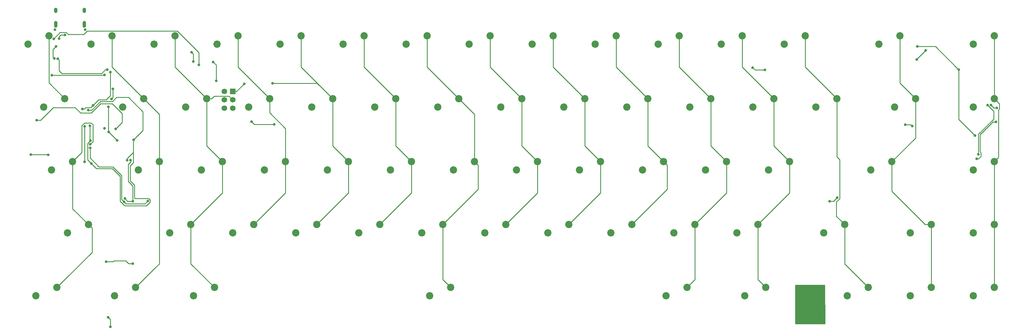
<source format=gbr>
G04 #@! TF.GenerationSoftware,KiCad,Pcbnew,(5.0.1)-3*
G04 #@! TF.CreationDate,2019-05-09T17:35:56-04:00*
G04 #@! TF.ProjectId,mullet-pcb,6D756C6C65742D7063622E6B69636164,rev?*
G04 #@! TF.SameCoordinates,Original*
G04 #@! TF.FileFunction,Copper,L1,Top,Signal*
G04 #@! TF.FilePolarity,Positive*
%FSLAX46Y46*%
G04 Gerber Fmt 4.6, Leading zero omitted, Abs format (unit mm)*
G04 Created by KiCad (PCBNEW (5.0.1)-3) date 5/9/2019 5:35:56 PM*
%MOMM*%
%LPD*%
G01*
G04 APERTURE LIST*
G04 #@! TA.AperFunction,ComponentPad*
%ADD10C,2.200000*%
G04 #@! TD*
G04 #@! TA.AperFunction,ComponentPad*
%ADD11R,1.700000X1.700000*%
G04 #@! TD*
G04 #@! TA.AperFunction,ComponentPad*
%ADD12C,1.700000*%
G04 #@! TD*
G04 #@! TA.AperFunction,ComponentPad*
%ADD13O,1.000000X1.600000*%
G04 #@! TD*
G04 #@! TA.AperFunction,ComponentPad*
%ADD14O,1.000000X2.100000*%
G04 #@! TD*
G04 #@! TA.AperFunction,ViaPad*
%ADD15C,0.800000*%
G04 #@! TD*
G04 #@! TA.AperFunction,Conductor*
%ADD16C,0.250000*%
G04 #@! TD*
G04 #@! TA.AperFunction,NonConductor*
%ADD17C,0.254000*%
G04 #@! TD*
G04 APERTURE END LIST*
D10*
G04 #@! TO.P,SW13,1*
G04 #@! TO.N,col12*
X238125000Y-9525000D03*
G04 #@! TO.P,SW13,2*
G04 #@! TO.N,Net-(D13-Pad2)*
X231775000Y-12065000D03*
G04 #@! TD*
G04 #@! TO.P,SW19,1*
G04 #@! TO.N,col3*
X76200000Y-28575000D03*
G04 #@! TO.P,SW19,2*
G04 #@! TO.N,Net-(D19-Pad2)*
X69850000Y-31115000D03*
G04 #@! TD*
D11*
G04 #@! TO.P,ISCP1,1*
G04 #@! TO.N,col4*
X65024000Y-26416000D03*
D12*
G04 #@! TO.P,ISCP1,2*
G04 #@! TO.N,+5V*
X62484000Y-26416000D03*
G04 #@! TO.P,ISCP1,3*
G04 #@! TO.N,col2*
X65024000Y-28956000D03*
G04 #@! TO.P,ISCP1,4*
G04 #@! TO.N,col3*
X62484000Y-28956000D03*
G04 #@! TO.P,ISCP1,5*
G04 #@! TO.N,reset*
X65024000Y-31496000D03*
G04 #@! TO.P,ISCP1,6*
G04 #@! TO.N,GND*
X62484000Y-31496000D03*
G04 #@! TD*
D13*
G04 #@! TO.P,USB1,13*
G04 #@! TO.N,GND*
X20172886Y-1865098D03*
X11532886Y-1865098D03*
D14*
X20172886Y-6045098D03*
X11532886Y-6045098D03*
G04 #@! TD*
D10*
G04 #@! TO.P,SW1,1*
G04 #@! TO.N,col0*
X9525000Y-9525000D03*
G04 #@! TO.P,SW1,2*
G04 #@! TO.N,Net-(D1-Pad2)*
X3175000Y-12065000D03*
G04 #@! TD*
G04 #@! TO.P,SW2,1*
G04 #@! TO.N,col1*
X28575000Y-9525000D03*
G04 #@! TO.P,SW2,2*
G04 #@! TO.N,Net-(D2-Pad2)*
X22225000Y-12065000D03*
G04 #@! TD*
G04 #@! TO.P,SW3,1*
G04 #@! TO.N,col2*
X47625000Y-9525000D03*
G04 #@! TO.P,SW3,2*
G04 #@! TO.N,Net-(D3-Pad2)*
X41275000Y-12065000D03*
G04 #@! TD*
G04 #@! TO.P,SW4,1*
G04 #@! TO.N,col3*
X66675000Y-9525000D03*
G04 #@! TO.P,SW4,2*
G04 #@! TO.N,Net-(D4-Pad2)*
X60325000Y-12065000D03*
G04 #@! TD*
G04 #@! TO.P,SW5,1*
G04 #@! TO.N,col4*
X85725000Y-9525000D03*
G04 #@! TO.P,SW5,2*
G04 #@! TO.N,Net-(D5-Pad2)*
X79375000Y-12065000D03*
G04 #@! TD*
G04 #@! TO.P,SW6,2*
G04 #@! TO.N,Net-(D6-Pad2)*
X98425000Y-12065000D03*
G04 #@! TO.P,SW6,1*
G04 #@! TO.N,col5*
X104775000Y-9525000D03*
G04 #@! TD*
G04 #@! TO.P,SW7,2*
G04 #@! TO.N,Net-(D7-Pad2)*
X117475000Y-12065000D03*
G04 #@! TO.P,SW7,1*
G04 #@! TO.N,col6*
X123825000Y-9525000D03*
G04 #@! TD*
G04 #@! TO.P,SW8,2*
G04 #@! TO.N,Net-(D8-Pad2)*
X136525000Y-12065000D03*
G04 #@! TO.P,SW8,1*
G04 #@! TO.N,col7*
X142875000Y-9525000D03*
G04 #@! TD*
G04 #@! TO.P,SW9,2*
G04 #@! TO.N,Net-(D9-Pad2)*
X155575000Y-12065000D03*
G04 #@! TO.P,SW9,1*
G04 #@! TO.N,col8*
X161925000Y-9525000D03*
G04 #@! TD*
G04 #@! TO.P,SW10,1*
G04 #@! TO.N,col9*
X180975000Y-9525000D03*
G04 #@! TO.P,SW10,2*
G04 #@! TO.N,Net-(D10-Pad2)*
X174625000Y-12065000D03*
G04 #@! TD*
G04 #@! TO.P,SW11,2*
G04 #@! TO.N,Net-(D11-Pad2)*
X193675000Y-12065000D03*
G04 #@! TO.P,SW11,1*
G04 #@! TO.N,col10*
X200025000Y-9525000D03*
G04 #@! TD*
G04 #@! TO.P,SW12,2*
G04 #@! TO.N,Net-(D12-Pad2)*
X212725000Y-12065000D03*
G04 #@! TO.P,SW12,1*
G04 #@! TO.N,col11*
X219075000Y-9525000D03*
G04 #@! TD*
G04 #@! TO.P,SW15,1*
G04 #@! TO.N,col14*
X295275000Y-9525000D03*
G04 #@! TO.P,SW15,2*
G04 #@! TO.N,Net-(D15-Pad2)*
X288925000Y-12065000D03*
G04 #@! TD*
G04 #@! TO.P,SW17,1*
G04 #@! TO.N,col1*
X38100000Y-28575000D03*
G04 #@! TO.P,SW17,2*
G04 #@! TO.N,Net-(D17-Pad2)*
X31750000Y-31115000D03*
G04 #@! TD*
G04 #@! TO.P,SW18,2*
G04 #@! TO.N,Net-(D18-Pad2)*
X50800000Y-31115000D03*
G04 #@! TO.P,SW18,1*
G04 #@! TO.N,col2*
X57150000Y-28575000D03*
G04 #@! TD*
G04 #@! TO.P,SW20,2*
G04 #@! TO.N,Net-(D20-Pad2)*
X88900000Y-31115000D03*
G04 #@! TO.P,SW20,1*
G04 #@! TO.N,col4*
X95250000Y-28575000D03*
G04 #@! TD*
G04 #@! TO.P,SW21,2*
G04 #@! TO.N,Net-(D21-Pad2)*
X107950000Y-31115000D03*
G04 #@! TO.P,SW21,1*
G04 #@! TO.N,col5*
X114300000Y-28575000D03*
G04 #@! TD*
G04 #@! TO.P,SW22,1*
G04 #@! TO.N,col6*
X133350000Y-28575000D03*
G04 #@! TO.P,SW22,2*
G04 #@! TO.N,Net-(D22-Pad2)*
X127000000Y-31115000D03*
G04 #@! TD*
G04 #@! TO.P,SW23,1*
G04 #@! TO.N,col7*
X152400000Y-28575000D03*
G04 #@! TO.P,SW23,2*
G04 #@! TO.N,Net-(D23-Pad2)*
X146050000Y-31115000D03*
G04 #@! TD*
G04 #@! TO.P,SW24,1*
G04 #@! TO.N,col8*
X171450000Y-28575000D03*
G04 #@! TO.P,SW24,2*
G04 #@! TO.N,Net-(D24-Pad2)*
X165100000Y-31115000D03*
G04 #@! TD*
G04 #@! TO.P,SW25,1*
G04 #@! TO.N,col9*
X190500000Y-28575000D03*
G04 #@! TO.P,SW25,2*
G04 #@! TO.N,Net-(D25-Pad2)*
X184150000Y-31115000D03*
G04 #@! TD*
G04 #@! TO.P,SW26,1*
G04 #@! TO.N,col10*
X209550000Y-28575000D03*
G04 #@! TO.P,SW26,2*
G04 #@! TO.N,Net-(D26-Pad2)*
X203200000Y-31115000D03*
G04 #@! TD*
G04 #@! TO.P,SW27,1*
G04 #@! TO.N,col11*
X228600000Y-28575000D03*
G04 #@! TO.P,SW27,2*
G04 #@! TO.N,Net-(D27-Pad2)*
X222250000Y-31115000D03*
G04 #@! TD*
G04 #@! TO.P,SW28,2*
G04 #@! TO.N,Net-(D28-Pad2)*
X241300000Y-31115000D03*
G04 #@! TO.P,SW28,1*
G04 #@! TO.N,col12*
X247650000Y-28575000D03*
G04 #@! TD*
G04 #@! TO.P,SW30,2*
G04 #@! TO.N,Net-(D30-Pad2)*
X288925000Y-31115000D03*
G04 #@! TO.P,SW30,1*
G04 #@! TO.N,col14*
X295275000Y-28575000D03*
G04 #@! TD*
G04 #@! TO.P,SW32,2*
G04 #@! TO.N,Net-(D32-Pad2)*
X36512500Y-50165000D03*
G04 #@! TO.P,SW32,1*
G04 #@! TO.N,col1*
X42862500Y-47625000D03*
G04 #@! TD*
G04 #@! TO.P,SW33,2*
G04 #@! TO.N,Net-(D33-Pad2)*
X55562500Y-50165000D03*
G04 #@! TO.P,SW33,1*
G04 #@! TO.N,col2*
X61912500Y-47625000D03*
G04 #@! TD*
G04 #@! TO.P,SW34,2*
G04 #@! TO.N,Net-(D34-Pad2)*
X74612500Y-50165000D03*
G04 #@! TO.P,SW34,1*
G04 #@! TO.N,col3*
X80962500Y-47625000D03*
G04 #@! TD*
G04 #@! TO.P,SW35,2*
G04 #@! TO.N,Net-(D35-Pad2)*
X93662000Y-50165000D03*
G04 #@! TO.P,SW35,1*
G04 #@! TO.N,col4*
X100012000Y-47625000D03*
G04 #@! TD*
G04 #@! TO.P,SW36,2*
G04 #@! TO.N,Net-(D36-Pad2)*
X112712000Y-50165000D03*
G04 #@! TO.P,SW36,1*
G04 #@! TO.N,col5*
X119062000Y-47625000D03*
G04 #@! TD*
G04 #@! TO.P,SW37,1*
G04 #@! TO.N,col6*
X138112000Y-47625000D03*
G04 #@! TO.P,SW37,2*
G04 #@! TO.N,Net-(D37-Pad2)*
X131762000Y-50165000D03*
G04 #@! TD*
G04 #@! TO.P,SW38,2*
G04 #@! TO.N,Net-(D38-Pad2)*
X150812000Y-50165000D03*
G04 #@! TO.P,SW38,1*
G04 #@! TO.N,col7*
X157162000Y-47625000D03*
G04 #@! TD*
G04 #@! TO.P,SW39,1*
G04 #@! TO.N,col8*
X176212000Y-47625000D03*
G04 #@! TO.P,SW39,2*
G04 #@! TO.N,Net-(D39-Pad2)*
X169862000Y-50165000D03*
G04 #@! TD*
G04 #@! TO.P,SW40,1*
G04 #@! TO.N,col9*
X195262000Y-47625000D03*
G04 #@! TO.P,SW40,2*
G04 #@! TO.N,Net-(D40-Pad2)*
X188912000Y-50165000D03*
G04 #@! TD*
G04 #@! TO.P,SW41,2*
G04 #@! TO.N,Net-(D41-Pad2)*
X207962000Y-50165000D03*
G04 #@! TO.P,SW41,1*
G04 #@! TO.N,col10*
X214312000Y-47625000D03*
G04 #@! TD*
G04 #@! TO.P,SW42,2*
G04 #@! TO.N,Net-(D42-Pad2)*
X227012000Y-50165000D03*
G04 #@! TO.P,SW42,1*
G04 #@! TO.N,col11*
X233362000Y-47625000D03*
G04 #@! TD*
G04 #@! TO.P,SW44,2*
G04 #@! TO.N,Net-(D44-Pad2)*
X288925000Y-50165000D03*
G04 #@! TO.P,SW44,1*
G04 #@! TO.N,col14*
X295275000Y-47625000D03*
G04 #@! TD*
G04 #@! TO.P,SW46,1*
G04 #@! TO.N,col2*
X52387500Y-66675000D03*
G04 #@! TO.P,SW46,2*
G04 #@! TO.N,Net-(D46-Pad2)*
X46037500Y-69215000D03*
G04 #@! TD*
G04 #@! TO.P,SW47,2*
G04 #@! TO.N,Net-(D47-Pad2)*
X65087500Y-69215000D03*
G04 #@! TO.P,SW47,1*
G04 #@! TO.N,col3*
X71437500Y-66675000D03*
G04 #@! TD*
G04 #@! TO.P,SW48,1*
G04 #@! TO.N,col4*
X90487500Y-66675000D03*
G04 #@! TO.P,SW48,2*
G04 #@! TO.N,Net-(D48-Pad2)*
X84137500Y-69215000D03*
G04 #@! TD*
G04 #@! TO.P,SW49,1*
G04 #@! TO.N,col5*
X109538000Y-66675000D03*
G04 #@! TO.P,SW49,2*
G04 #@! TO.N,Net-(D49-Pad2)*
X103188000Y-69215000D03*
G04 #@! TD*
G04 #@! TO.P,SW50,1*
G04 #@! TO.N,col6*
X128588000Y-66675000D03*
G04 #@! TO.P,SW50,2*
G04 #@! TO.N,Net-(D50-Pad2)*
X122238000Y-69215000D03*
G04 #@! TD*
G04 #@! TO.P,SW51,1*
G04 #@! TO.N,col7*
X147638000Y-66675000D03*
G04 #@! TO.P,SW51,2*
G04 #@! TO.N,Net-(D51-Pad2)*
X141288000Y-69215000D03*
G04 #@! TD*
G04 #@! TO.P,SW52,2*
G04 #@! TO.N,Net-(D52-Pad2)*
X160338000Y-69215000D03*
G04 #@! TO.P,SW52,1*
G04 #@! TO.N,col8*
X166688000Y-66675000D03*
G04 #@! TD*
G04 #@! TO.P,SW53,2*
G04 #@! TO.N,Net-(D53-Pad2)*
X179388000Y-69215000D03*
G04 #@! TO.P,SW53,1*
G04 #@! TO.N,col9*
X185738000Y-66675000D03*
G04 #@! TD*
G04 #@! TO.P,SW54,2*
G04 #@! TO.N,Net-(D54-Pad2)*
X198438000Y-69215000D03*
G04 #@! TO.P,SW54,1*
G04 #@! TO.N,col10*
X204788000Y-66675000D03*
G04 #@! TD*
G04 #@! TO.P,SW55,2*
G04 #@! TO.N,Net-(D55-Pad2)*
X217488000Y-69215000D03*
G04 #@! TO.P,SW55,1*
G04 #@! TO.N,col11*
X223838000Y-66675000D03*
G04 #@! TD*
G04 #@! TO.P,SW57,2*
G04 #@! TO.N,Net-(D57-Pad2)*
X269875000Y-69215000D03*
G04 #@! TO.P,SW57,1*
G04 #@! TO.N,col13*
X276225000Y-66675000D03*
G04 #@! TD*
G04 #@! TO.P,SW58,2*
G04 #@! TO.N,Net-(D58-Pad2)*
X288925000Y-69215000D03*
G04 #@! TO.P,SW58,1*
G04 #@! TO.N,col14*
X295275000Y-66675000D03*
G04 #@! TD*
G04 #@! TO.P,SW62,1*
G04 #@! TO.N,col6*
X130969000Y-85725000D03*
G04 #@! TO.P,SW62,2*
G04 #@! TO.N,Net-(D62-Pad2)*
X124619000Y-88265000D03*
G04 #@! TD*
G04 #@! TO.P,SW65,1*
G04 #@! TO.N,col12*
X257175000Y-85725000D03*
G04 #@! TO.P,SW65,2*
G04 #@! TO.N,Net-(D65-Pad2)*
X250825000Y-88265000D03*
G04 #@! TD*
G04 #@! TO.P,SW66,1*
G04 #@! TO.N,col13*
X276225000Y-85725000D03*
G04 #@! TO.P,SW66,2*
G04 #@! TO.N,Net-(D66-Pad2)*
X269875000Y-88265000D03*
G04 #@! TD*
G04 #@! TO.P,SW67,1*
G04 #@! TO.N,col14*
X295275000Y-85725000D03*
G04 #@! TO.P,SW67,2*
G04 #@! TO.N,Net-(D67-Pad2)*
X288925000Y-88265000D03*
G04 #@! TD*
G04 #@! TO.P,SW14,1*
G04 #@! TO.N,col13*
X266700000Y-9525000D03*
G04 #@! TO.P,SW14,2*
G04 #@! TO.N,Net-(D14-Pad2)*
X260350000Y-12065000D03*
G04 #@! TD*
G04 #@! TO.P,SW16,1*
G04 #@! TO.N,col0*
X14287500Y-28575000D03*
G04 #@! TO.P,SW16,2*
G04 #@! TO.N,Net-(D16-Pad2)*
X7937500Y-31115000D03*
G04 #@! TD*
G04 #@! TO.P,SW29,2*
G04 #@! TO.N,Net-(D29-Pad2)*
X265112000Y-31115000D03*
G04 #@! TO.P,SW29,1*
G04 #@! TO.N,col13*
X271462000Y-28575000D03*
G04 #@! TD*
G04 #@! TO.P,SW31,2*
G04 #@! TO.N,Net-(D31-Pad2)*
X10318800Y-50165000D03*
G04 #@! TO.P,SW31,1*
G04 #@! TO.N,col0*
X16668800Y-47625000D03*
G04 #@! TD*
G04 #@! TO.P,SW43,1*
G04 #@! TO.N,col13*
X264319000Y-47625000D03*
G04 #@! TO.P,SW43,2*
G04 #@! TO.N,Net-(D43-Pad2)*
X257969000Y-50165000D03*
G04 #@! TD*
G04 #@! TO.P,SW45,2*
G04 #@! TO.N,Net-(D45-Pad2)*
X15081200Y-69215000D03*
G04 #@! TO.P,SW45,1*
G04 #@! TO.N,col0*
X21431200Y-66675000D03*
G04 #@! TD*
G04 #@! TO.P,SW56,1*
G04 #@! TO.N,col12*
X250031000Y-66675000D03*
G04 #@! TO.P,SW56,2*
G04 #@! TO.N,Net-(D56-Pad2)*
X243681000Y-69215000D03*
G04 #@! TD*
G04 #@! TO.P,SW59,1*
G04 #@! TO.N,col0*
X11906200Y-85725000D03*
G04 #@! TO.P,SW59,2*
G04 #@! TO.N,Net-(D59-Pad2)*
X5556200Y-88265000D03*
G04 #@! TD*
G04 #@! TO.P,SW60,2*
G04 #@! TO.N,Net-(D60-Pad2)*
X29368800Y-88265000D03*
G04 #@! TO.P,SW60,1*
G04 #@! TO.N,col1*
X35718800Y-85725000D03*
G04 #@! TD*
G04 #@! TO.P,SW61,1*
G04 #@! TO.N,col2*
X59531200Y-85725000D03*
G04 #@! TO.P,SW61,2*
G04 #@! TO.N,Net-(D61-Pad2)*
X53181200Y-88265000D03*
G04 #@! TD*
G04 #@! TO.P,SW63,2*
G04 #@! TO.N,Net-(D63-Pad2)*
X196056000Y-88265000D03*
G04 #@! TO.P,SW63,1*
G04 #@! TO.N,col10*
X202406000Y-85725000D03*
G04 #@! TD*
G04 #@! TO.P,SW64,1*
G04 #@! TO.N,col11*
X226219000Y-85725000D03*
G04 #@! TO.P,SW64,2*
G04 #@! TO.N,Net-(D64-Pad2)*
X219869000Y-88265000D03*
G04 #@! TD*
D15*
G04 #@! TO.N,GND*
X27453839Y-31075856D03*
X30058262Y-41177201D03*
X26246500Y-37532495D03*
X20314791Y-36955072D03*
X20419777Y-7663978D03*
X11285995Y-7663978D03*
X11653446Y-12755799D03*
X27558825Y-38677764D03*
X289393909Y-39737201D03*
X271966233Y-12755799D03*
X22822185Y-30591149D03*
X28083755Y-20514871D03*
X53122916Y-17322690D03*
X52650479Y-14552926D03*
X289918839Y-46823756D03*
X11090000Y-16391791D03*
X19632382Y-31705772D03*
X20314791Y-47716137D03*
X34172943Y-47202078D03*
X32428138Y-58836990D03*
X34827399Y-59632048D03*
X225929872Y-19894847D03*
X222202869Y-19159945D03*
X284519617Y-19810036D03*
X295798055Y-35590254D03*
G04 #@! TO.N,row0*
X26298993Y-21387368D03*
X10378253Y-21482380D03*
G04 #@! TO.N,row1*
X70708071Y-35485268D03*
X270443936Y-36850086D03*
X5826723Y-35065324D03*
X29711038Y-37742467D03*
X268344216Y-36482635D03*
X77563019Y-36367757D03*
G04 #@! TO.N,row2*
X21944803Y-43464204D03*
X245509761Y-59632048D03*
X39369750Y-59527062D03*
X32203398Y-59816831D03*
X247766952Y-58547434D03*
G04 #@! TO.N,row3*
X26771430Y-77899612D03*
X34855352Y-78529528D03*
G04 #@! TO.N,row4*
X27401346Y-94802358D03*
X28083755Y-97636980D03*
G04 #@! TO.N,col0*
X21994567Y-42414344D03*
G04 #@! TO.N,col4*
X68503365Y-24094287D03*
X77059724Y-23884315D03*
G04 #@! TO.N,Net-(LED1-Pad2)*
X290443769Y-45458938D03*
X293225323Y-30562753D03*
G04 #@! TO.N,Net-(LED6-Pad2)*
X10960984Y-10434922D03*
X54779286Y-18343463D03*
G04 #@! TO.N,Net-(LED7-Pad2)*
X3989468Y-45511431D03*
X9277285Y-45630393D03*
G04 #@! TO.N,reset*
X28398713Y-28661178D03*
X28818657Y-25616584D03*
G04 #@! TO.N,Net-(R1-Pad2)*
X14324583Y-9280811D03*
X12545827Y-10341121D03*
G04 #@! TO.N,+5V*
X21851064Y-36783617D03*
X22047060Y-41259498D03*
X21364651Y-32073223D03*
X60051992Y-23201906D03*
X59159611Y-17480169D03*
X27138881Y-19789861D03*
X12178376Y-16430309D03*
X274538390Y-13910645D03*
X271808754Y-16745267D03*
X294223265Y-30498433D03*
X296060520Y-31390814D03*
X35062736Y-41066637D03*
X33172932Y-47244806D03*
X22303345Y-48206934D03*
G04 #@! TD*
D16*
G04 #@! TO.N,GND*
X29658263Y-40777202D02*
X30058262Y-41177201D01*
X27453839Y-31075856D02*
X27453839Y-38572778D01*
X27453839Y-38572778D02*
X27558825Y-38677764D01*
X27558825Y-38677764D02*
X29658263Y-40777202D01*
X20314791Y-36955072D02*
X20314791Y-47716137D01*
X22822185Y-30591149D02*
X24489691Y-28923643D01*
X28083755Y-21080556D02*
X28083755Y-20514871D01*
X28083755Y-27611318D02*
X28083755Y-21080556D01*
X26771430Y-28923643D02*
X28083755Y-27611318D01*
X24489691Y-28923643D02*
X26771430Y-28923643D01*
X53122916Y-17322690D02*
X53122916Y-15025363D01*
X53122916Y-15025363D02*
X52650479Y-14552926D01*
X10690001Y-13719244D02*
X10690001Y-15991792D01*
X10690001Y-15991792D02*
X11090000Y-16391791D01*
X11653446Y-12755799D02*
X10690001Y-13719244D01*
X34827399Y-55037204D02*
X34827399Y-59632048D01*
X33457986Y-53667791D02*
X34827399Y-55037204D01*
X33457986Y-48483587D02*
X33457986Y-53667791D01*
X34225436Y-47716137D02*
X33457986Y-48483587D01*
X34172943Y-47202078D02*
X34225436Y-47254571D01*
X34225436Y-47254571D02*
X34225436Y-47716137D01*
X33223196Y-59632048D02*
X34827399Y-59632048D01*
X32428138Y-58836990D02*
X33223196Y-59632048D01*
X22127506Y-31285828D02*
X22822185Y-30591149D01*
X20618011Y-31285828D02*
X22127506Y-31285828D01*
X20198067Y-31705772D02*
X20618011Y-31285828D01*
X19632382Y-31705772D02*
X20198067Y-31705772D01*
X222937771Y-19894847D02*
X225929872Y-19894847D01*
X222202869Y-19159945D02*
X222937771Y-19894847D01*
X289393909Y-39737201D02*
X284519617Y-34862909D01*
X271966233Y-12755799D02*
X277465380Y-12755799D01*
X284519617Y-20375721D02*
X284519617Y-19810036D01*
X284119618Y-19410037D02*
X284519617Y-19810036D01*
X284519617Y-34862909D02*
X284519617Y-20375721D01*
X277465380Y-12755799D02*
X284119618Y-19410037D01*
X290484524Y-46823756D02*
X291178671Y-46129609D01*
X289918839Y-46823756D02*
X290484524Y-46823756D01*
X291178671Y-46129609D02*
X291178671Y-44881515D01*
X291178671Y-44881515D02*
X290916206Y-44619050D01*
X290916206Y-44619050D02*
X290916206Y-39527229D01*
X294853181Y-35590254D02*
X295798055Y-35590254D01*
X290916206Y-39527229D02*
X294853181Y-35590254D01*
G04 #@! TO.N,row0*
X26203981Y-21482380D02*
X26298993Y-21387368D01*
X10378253Y-21482380D02*
X26203981Y-21482380D01*
G04 #@! TO.N,row1*
X6996178Y-35065324D02*
X5826723Y-35065324D01*
X17427676Y-31285828D02*
X10775674Y-31285828D01*
X19054959Y-32913111D02*
X17427676Y-31285828D01*
X22309525Y-32913111D02*
X19054959Y-32913111D01*
X10775674Y-31285828D02*
X6996178Y-35065324D01*
X25091654Y-30130982D02*
X22309525Y-32913111D01*
X27663811Y-30130982D02*
X27558825Y-30130982D01*
X27558825Y-30130982D02*
X25091654Y-30130982D01*
X31655001Y-35798504D02*
X29711038Y-37742467D01*
X31655001Y-33090999D02*
X31655001Y-35798504D01*
X27558825Y-30130982D02*
X28694984Y-30130982D01*
X28694984Y-30130982D02*
X31655001Y-33090999D01*
X270076485Y-36482635D02*
X270443936Y-36850086D01*
X268344216Y-36482635D02*
X270076485Y-36482635D01*
X70708071Y-35485268D02*
X71590560Y-36367757D01*
X71590560Y-36367757D02*
X76997334Y-36367757D01*
X76997334Y-36367757D02*
X77563019Y-36367757D01*
G04 #@! TO.N,row2*
X32603397Y-60216830D02*
X32203398Y-59816831D01*
X32766365Y-60379798D02*
X32603397Y-60216830D01*
X38517014Y-60379798D02*
X32766365Y-60379798D01*
X39369750Y-59527062D02*
X38517014Y-60379798D01*
X21944803Y-46564020D02*
X21944803Y-43464204D01*
X24619217Y-49238434D02*
X21944803Y-46564020D01*
X28818657Y-49238434D02*
X24619217Y-49238434D01*
X31443307Y-51863084D02*
X28818657Y-49238434D01*
X32203398Y-59816831D02*
X31443307Y-59056740D01*
X31443307Y-59056740D02*
X31443307Y-51863084D01*
X246682338Y-59632048D02*
X247366953Y-58947433D01*
X247366953Y-58947433D02*
X247766952Y-58547434D01*
X245509761Y-59632048D02*
X246682338Y-59632048D01*
G04 #@! TO.N,row3*
X28923643Y-77899612D02*
X26771430Y-77899612D01*
X29153256Y-77669999D02*
X28923643Y-77899612D01*
X32683498Y-77669999D02*
X29153256Y-77669999D01*
X34855352Y-78529528D02*
X33543027Y-78529528D01*
X33543027Y-78529528D02*
X32683498Y-77669999D01*
G04 #@! TO.N,row4*
X27401346Y-94802358D02*
X28083755Y-95484767D01*
X28083755Y-95484767D02*
X28083755Y-97636980D01*
G04 #@! TO.N,col0*
X16668800Y-61912600D02*
X21431200Y-66675000D01*
X16668800Y-47625000D02*
X16668800Y-61912600D01*
X9658712Y-23946212D02*
X14287500Y-28575000D01*
X9525000Y-23812500D02*
X9658712Y-23946212D01*
X9525000Y-9525000D02*
X9525000Y-23812500D01*
X22257032Y-35957705D02*
X20157312Y-35957705D01*
X22781962Y-41626949D02*
X22781962Y-36482635D01*
X21994567Y-42414344D02*
X22781962Y-41626949D01*
X22781962Y-36482635D02*
X22257032Y-35957705D01*
X20157312Y-35957705D02*
X20157312Y-36010198D01*
X20157312Y-36010198D02*
X19422410Y-36745100D01*
X19422410Y-44871390D02*
X16668800Y-47625000D01*
X19422410Y-36745100D02*
X19422410Y-44871390D01*
X14662193Y-82969007D02*
X13006199Y-84625001D01*
X13006199Y-84625001D02*
X11906200Y-85725000D01*
X22531199Y-75112275D02*
X14674468Y-82969007D01*
X22531199Y-67774999D02*
X22531199Y-75112275D01*
X21431200Y-66675000D02*
X22531199Y-67774999D01*
X14674468Y-82969007D02*
X14662193Y-82969007D01*
G04 #@! TO.N,col1*
X28575000Y-19050000D02*
X38100000Y-28575000D01*
X28575000Y-9525000D02*
X28575000Y-19050000D01*
X42862500Y-33337500D02*
X42862500Y-47625000D01*
X38100000Y-28575000D02*
X42862500Y-33337500D01*
X41444468Y-79999332D02*
X35718800Y-85725000D01*
X42862500Y-78581300D02*
X41444468Y-79999332D01*
X42862500Y-47625000D02*
X42862500Y-78581300D01*
G04 #@! TO.N,col2*
X47625000Y-19050000D02*
X57150000Y-28575000D01*
X47625000Y-9525000D02*
X47625000Y-19050000D01*
X57150000Y-42862500D02*
X61912500Y-47625000D01*
X57150000Y-28575000D02*
X57150000Y-42862500D01*
X61912500Y-57150000D02*
X52387500Y-66675000D01*
X61912500Y-47625000D02*
X61912500Y-57150000D01*
X52387500Y-78581300D02*
X59531200Y-85725000D01*
X52387500Y-66675000D02*
X52387500Y-78581300D01*
X58705634Y-28575000D02*
X57150000Y-28575000D01*
X59499635Y-27780999D02*
X58705634Y-28575000D01*
X63848999Y-27780999D02*
X59499635Y-27780999D01*
X65024000Y-28956000D02*
X63848999Y-27780999D01*
G04 #@! TO.N,col3*
X66675000Y-19050000D02*
X76200000Y-28575000D01*
X66675000Y-9525000D02*
X66675000Y-19050000D01*
X80962500Y-46069366D02*
X80962500Y-47625000D01*
X80962500Y-37616502D02*
X80962500Y-46069366D01*
X76200000Y-32854002D02*
X80962500Y-37616502D01*
X76200000Y-28575000D02*
X76200000Y-32854002D01*
X80962500Y-57150000D02*
X71437500Y-66675000D01*
X80962500Y-47625000D02*
X80962500Y-57150000D01*
G04 #@! TO.N,col4*
X85725000Y-19050000D02*
X95250000Y-28575000D01*
X85725000Y-9525000D02*
X85725000Y-19050000D01*
X95250000Y-42863000D02*
X100012000Y-47625000D01*
X95250000Y-28575000D02*
X95250000Y-42863000D01*
X100012000Y-57150500D02*
X90487500Y-66675000D01*
X100012000Y-47625000D02*
X100012000Y-57150500D01*
X65024000Y-26416000D02*
X66181652Y-26416000D01*
X66181652Y-26416000D02*
X68503365Y-24094287D01*
X90559315Y-23884315D02*
X95250000Y-28575000D01*
X77059724Y-23884315D02*
X90559315Y-23884315D01*
G04 #@! TO.N,col5*
X104775000Y-19050000D02*
X114300000Y-28575000D01*
X104775000Y-9525000D02*
X104775000Y-19050000D01*
X114300000Y-42863000D02*
X119062000Y-47625000D01*
X114300000Y-28575000D02*
X114300000Y-42863000D01*
X119062000Y-57151000D02*
X109538000Y-66675000D01*
X119062000Y-47625000D02*
X119062000Y-57151000D01*
G04 #@! TO.N,col6*
X123825000Y-19050000D02*
X133350000Y-28575000D01*
X123825000Y-9525000D02*
X123825000Y-19050000D01*
X138112000Y-33337000D02*
X138112000Y-47625000D01*
X133350000Y-28575000D02*
X138112000Y-33337000D01*
X129687999Y-65575001D02*
X128588000Y-66675000D01*
X139211999Y-56051001D02*
X129687999Y-65575001D01*
X139211999Y-48724999D02*
X139211999Y-56051001D01*
X138112000Y-47625000D02*
X139211999Y-48724999D01*
X128588000Y-83344000D02*
X130969000Y-85725000D01*
X128588000Y-66675000D02*
X128588000Y-83344000D01*
G04 #@! TO.N,col7*
X142875000Y-19050000D02*
X152400000Y-28575000D01*
X142875000Y-9525000D02*
X142875000Y-19050000D01*
X152400000Y-42863000D02*
X157162000Y-47625000D01*
X152400000Y-28575000D02*
X152400000Y-42863000D01*
X157162000Y-57151000D02*
X147638000Y-66675000D01*
X157162000Y-47625000D02*
X157162000Y-57151000D01*
G04 #@! TO.N,col8*
X161925000Y-19050000D02*
X171450000Y-28575000D01*
X161925000Y-9525000D02*
X161925000Y-19050000D01*
X171450000Y-42863000D02*
X176212000Y-47625000D01*
X171450000Y-28575000D02*
X171450000Y-42863000D01*
X176212000Y-57151000D02*
X166688000Y-66675000D01*
X176212000Y-47625000D02*
X176212000Y-57151000D01*
G04 #@! TO.N,col9*
X180975000Y-19050000D02*
X190500000Y-28575000D01*
X180975000Y-9525000D02*
X180975000Y-19050000D01*
X190500000Y-42863000D02*
X195262000Y-47625000D01*
X190500000Y-28575000D02*
X190500000Y-42863000D01*
X186837999Y-65575001D02*
X185738000Y-66675000D01*
X196361999Y-56051001D02*
X186837999Y-65575001D01*
X196361999Y-48724999D02*
X196361999Y-56051001D01*
X195262000Y-47625000D02*
X196361999Y-48724999D01*
G04 #@! TO.N,col10*
X200025000Y-19050000D02*
X209550000Y-28575000D01*
X200025000Y-9525000D02*
X200025000Y-19050000D01*
X213212001Y-46525001D02*
X214312000Y-47625000D01*
X209550000Y-42863000D02*
X213212001Y-46525001D01*
X209550000Y-28575000D02*
X209550000Y-42863000D01*
X214312000Y-57151000D02*
X204788000Y-66675000D01*
X214312000Y-47625000D02*
X214312000Y-57151000D01*
X204788000Y-83343000D02*
X202406000Y-85725000D01*
X204788000Y-66675000D02*
X204788000Y-83343000D01*
G04 #@! TO.N,col11*
X219075000Y-19050000D02*
X228600000Y-28575000D01*
X219075000Y-9525000D02*
X219075000Y-19050000D01*
X228600000Y-42863000D02*
X233362000Y-47625000D01*
X228600000Y-28575000D02*
X228600000Y-42863000D01*
X233362000Y-57151000D02*
X223838000Y-66675000D01*
X233362000Y-47625000D02*
X233362000Y-57151000D01*
X223838000Y-83344000D02*
X226219000Y-85725000D01*
X223838000Y-66675000D02*
X223838000Y-83344000D01*
G04 #@! TO.N,col12*
X250031000Y-78581000D02*
X257175000Y-85725000D01*
X250031000Y-66675000D02*
X250031000Y-78581000D01*
X238125000Y-19050000D02*
X247650000Y-28575000D01*
X238125000Y-9525000D02*
X238125000Y-19050000D01*
X248491962Y-47055964D02*
X248491962Y-56220003D01*
X247650000Y-46214002D02*
X248491962Y-47055964D01*
X247650000Y-28575000D02*
X247650000Y-46214002D01*
X248491962Y-56134466D02*
X248491962Y-56220003D01*
X248931001Y-65575001D02*
X250031000Y-66675000D01*
X247553999Y-59828999D02*
X247553999Y-64197999D01*
X248491962Y-56220003D02*
X248491962Y-58891036D01*
X247553999Y-64197999D02*
X248931001Y-65575001D01*
X248491962Y-58891036D02*
X247553999Y-59828999D01*
G04 #@! TO.N,col13*
X266700000Y-23813000D02*
X271462000Y-28575000D01*
X266700000Y-9525000D02*
X266700000Y-23813000D01*
X271462000Y-40482000D02*
X264319000Y-47625000D01*
X271462000Y-28575000D02*
X271462000Y-40482000D01*
X264319000Y-47625000D02*
X264319000Y-56604199D01*
X274389801Y-66675000D02*
X276225000Y-66675000D01*
X264319000Y-56604199D02*
X274389801Y-66675000D01*
X276225000Y-66675000D02*
X276225000Y-84191938D01*
X276225000Y-84191938D02*
X276225000Y-85725000D01*
G04 #@! TO.N,col14*
X295275000Y-11080634D02*
X295275000Y-28575000D01*
X295275000Y-9525000D02*
X295275000Y-11080634D01*
X295275000Y-49180634D02*
X295275000Y-66675000D01*
X295275000Y-47625000D02*
X295275000Y-49180634D01*
X295275000Y-68230634D02*
X295275000Y-85725000D01*
X295275000Y-66675000D02*
X295275000Y-68230634D01*
X296523057Y-46376943D02*
X296374999Y-46525001D01*
X296374999Y-46525001D02*
X295275000Y-47625000D01*
X296523057Y-32001279D02*
X296523057Y-46376943D01*
X296785521Y-30085521D02*
X296785521Y-31738815D01*
X296785521Y-31738815D02*
X296523057Y-32001279D01*
X295275000Y-28575000D02*
X296785521Y-30085521D01*
G04 #@! TO.N,Net-(LED1-Pad2)*
X290443769Y-45458938D02*
X290443769Y-39346606D01*
X290443769Y-39346606D02*
X295063153Y-34727222D01*
X295063153Y-34727222D02*
X295063153Y-32400583D01*
X295063153Y-32400583D02*
X293625322Y-30962752D01*
X293625322Y-30962752D02*
X293225323Y-30562753D01*
G04 #@! TO.N,Net-(LED6-Pad2)*
X14768094Y-8536330D02*
X15313053Y-9081289D01*
X48309001Y-8099999D02*
X54779286Y-14570284D01*
X54779286Y-14570284D02*
X54779286Y-17777778D01*
X20029184Y-9081289D02*
X21010474Y-8099999D01*
X10960984Y-10434922D02*
X12859576Y-8536330D01*
X12859576Y-8536330D02*
X14768094Y-8536330D01*
X21010474Y-8099999D02*
X48309001Y-8099999D01*
X15313053Y-9081289D02*
X20029184Y-9081289D01*
X54779286Y-17777778D02*
X54779286Y-18343463D01*
G04 #@! TO.N,Net-(LED7-Pad2)*
X3989468Y-45511431D02*
X9158323Y-45511431D01*
X9158323Y-45511431D02*
X9277285Y-45630393D01*
G04 #@! TO.N,reset*
X28398713Y-28661178D02*
X28818657Y-28241234D01*
X28818657Y-28241234D02*
X28818657Y-25616584D01*
G04 #@! TO.N,Net-(R1-Pad2)*
X12545827Y-9775436D02*
X12545827Y-10341121D01*
X13040452Y-9280811D02*
X12545827Y-9775436D01*
X14324583Y-9280811D02*
X13040452Y-9280811D01*
G04 #@! TO.N,+5V*
X21851064Y-36783617D02*
X21851064Y-41063502D01*
X21851064Y-41063502D02*
X22047060Y-41259498D01*
X60051992Y-23201906D02*
X60051992Y-18372550D01*
X60051992Y-18372550D02*
X59159611Y-17480169D01*
X12578375Y-16830308D02*
X12578375Y-20137367D01*
X12178376Y-16430309D02*
X12578375Y-16830308D01*
X26573196Y-19789861D02*
X25418350Y-20944707D01*
X27138881Y-19789861D02*
X26573196Y-19789861D01*
X13385715Y-20944707D02*
X13123250Y-20682242D01*
X25418350Y-20944707D02*
X13385715Y-20944707D01*
X12578375Y-20137367D02*
X13123250Y-20682242D01*
X274538390Y-13910645D02*
X271808754Y-16640281D01*
X271808754Y-16640281D02*
X271808754Y-16745267D01*
X295115646Y-31390814D02*
X294223265Y-30498433D01*
X296060520Y-31390814D02*
X295115646Y-31390814D01*
X35004068Y-47469449D02*
X35004068Y-47987365D01*
X34067499Y-48923934D02*
X34067499Y-51285661D01*
X35004068Y-47987365D02*
X34067499Y-48923934D01*
X34067499Y-51285661D02*
X34067499Y-51151782D01*
X28746714Y-29386179D02*
X29944152Y-28188741D01*
X35062736Y-41632322D02*
X35062736Y-41066637D01*
X29944152Y-28188741D02*
X33534743Y-28188741D01*
X22413115Y-32073223D02*
X25100159Y-29386179D01*
X37885001Y-32538999D02*
X37885001Y-38244372D01*
X25100159Y-29386179D02*
X28746714Y-29386179D01*
X33534743Y-28188741D02*
X37885001Y-32538999D01*
X21364651Y-32073223D02*
X22413115Y-32073223D01*
X35462735Y-40666638D02*
X35062736Y-41066637D01*
X37885001Y-38244372D02*
X35462735Y-40666638D01*
X35004068Y-41690990D02*
X35062736Y-41632322D01*
X35004068Y-43621683D02*
X35004068Y-41690990D01*
X21903346Y-47806935D02*
X22303345Y-48206934D01*
X21219796Y-47123385D02*
X21903346Y-47806935D01*
X21219796Y-42086762D02*
X21219796Y-47123385D01*
X22047060Y-41259498D02*
X21219796Y-42086762D01*
X28661178Y-49763364D02*
X23859775Y-49763364D01*
X30993296Y-52095482D02*
X28661178Y-49763364D01*
X30993296Y-59632048D02*
X30993296Y-52095482D01*
X32338902Y-60977654D02*
X30993296Y-59632048D01*
X40104652Y-59894513D02*
X39021511Y-60977654D01*
X39021511Y-60977654D02*
X32338902Y-60977654D01*
X40104652Y-59212104D02*
X40104652Y-59894513D01*
X39684708Y-58792160D02*
X40104652Y-59212104D01*
X35537761Y-58792160D02*
X39684708Y-58792160D01*
X22703344Y-48606933D02*
X22303345Y-48206934D01*
X35327789Y-58582188D02*
X35537761Y-58792160D01*
X23859775Y-49763364D02*
X22703344Y-48606933D01*
X34067499Y-51285661D02*
X34067499Y-53489909D01*
X34067499Y-53489909D02*
X35327789Y-54750199D01*
X35327789Y-54750199D02*
X35327789Y-58582188D01*
X35004068Y-44847985D02*
X35004068Y-44566557D01*
X33172932Y-46679121D02*
X35004068Y-44847985D01*
X33172932Y-47244806D02*
X33172932Y-46679121D01*
X35004068Y-47469449D02*
X35004068Y-44566557D01*
X35004068Y-44566557D02*
X35004068Y-43621683D01*
G04 #@! TD*
D17*
G36*
X244067864Y-96722585D02*
X235189206Y-96722585D01*
X235189206Y-85060674D01*
X243965116Y-85060674D01*
X244067864Y-96722585D01*
X244067864Y-96722585D01*
G37*
X244067864Y-96722585D02*
X235189206Y-96722585D01*
X235189206Y-85060674D01*
X243965116Y-85060674D01*
X244067864Y-96722585D01*
M02*

</source>
